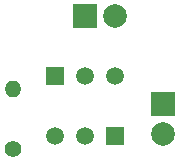
<source format=gbr>
%TF.GenerationSoftware,KiCad,Pcbnew,(5.1.6)-1*%
%TF.CreationDate,2020-09-07T12:05:41+05:30*%
%TF.ProjectId,door,646f6f72-2e6b-4696-9361-645f70636258,rev?*%
%TF.SameCoordinates,Original*%
%TF.FileFunction,Copper,L1,Top*%
%TF.FilePolarity,Positive*%
%FSLAX46Y46*%
G04 Gerber Fmt 4.6, Leading zero omitted, Abs format (unit mm)*
G04 Created by KiCad (PCBNEW (5.1.6)-1) date 2020-09-07 12:05:41*
%MOMM*%
%LPD*%
G01*
G04 APERTURE LIST*
%TA.AperFunction,ComponentPad*%
%ADD10R,2.000000X2.000000*%
%TD*%
%TA.AperFunction,ComponentPad*%
%ADD11C,2.000000*%
%TD*%
%TA.AperFunction,ComponentPad*%
%ADD12C,1.520000*%
%TD*%
%TA.AperFunction,ComponentPad*%
%ADD13R,1.520000X1.520000*%
%TD*%
%TA.AperFunction,ComponentPad*%
%ADD14C,1.400000*%
%TD*%
%TA.AperFunction,ComponentPad*%
%ADD15O,1.400000X1.400000*%
%TD*%
G04 APERTURE END LIST*
D10*
%TO.P,P1,1*%
%TO.N,Net-(P1-Pad1)*%
X152400000Y-93980000D03*
D11*
%TO.P,P1,2*%
%TO.N,Net-(P1-Pad2)*%
X154940000Y-93980000D03*
%TD*%
D10*
%TO.P,P2,1*%
%TO.N,Net-(P1-Pad1)*%
X159000000Y-101460000D03*
D11*
%TO.P,P2,2*%
%TO.N,Net-(P2-Pad2)*%
X159000000Y-104000000D03*
%TD*%
D12*
%TO.P,Q1,2*%
%TO.N,Net-(P1-Pad1)*%
X152400000Y-99060000D03*
%TO.P,Q1,3*%
%TO.N,Net-(P1-Pad2)*%
X154940000Y-99060000D03*
D13*
%TO.P,Q1,1*%
%TO.N,Net-(Q1-Pad1)*%
X149860000Y-99060000D03*
%TD*%
D12*
%TO.P,Q2,2*%
%TO.N,Net-(Q2-Pad2)*%
X152400000Y-104140000D03*
%TO.P,Q2,3*%
%TO.N,Net-(P1-Pad2)*%
X149860000Y-104140000D03*
D13*
%TO.P,Q2,1*%
%TO.N,Net-(P2-Pad2)*%
X154940000Y-104140000D03*
%TD*%
D14*
%TO.P,R1,1*%
%TO.N,Net-(Q2-Pad2)*%
X146250000Y-105250000D03*
D15*
%TO.P,R1,2*%
%TO.N,Net-(Q1-Pad1)*%
X146250000Y-100170000D03*
%TD*%
M02*

</source>
